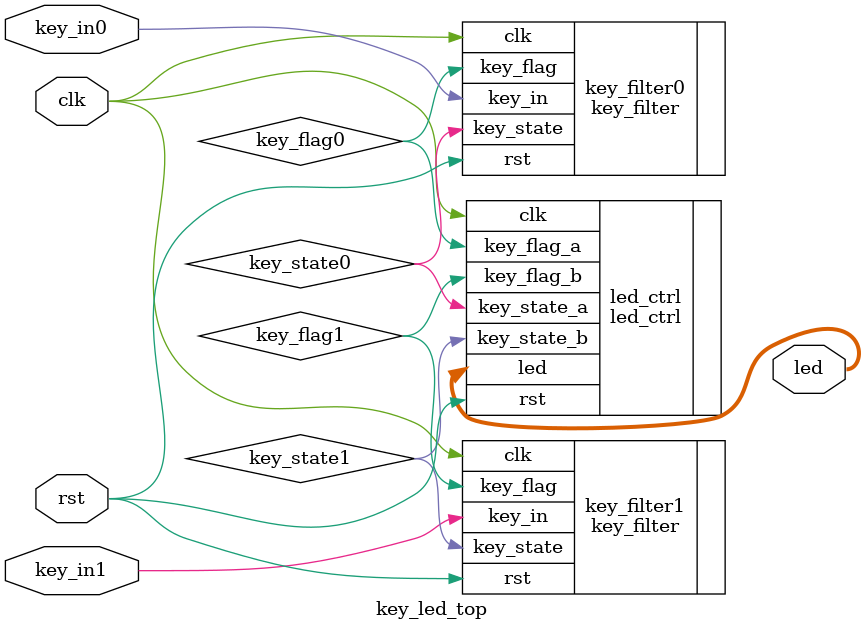
<source format=v>
module key_led_top(
	clk,
	rst,
	key_in0,
	key_in1,
	led
);

input clk;
input rst;
input key_in0;
input key_in1;

output [3:0]led;

wire key_flag0;
wire key_state0;
wire key_flag1;
wire key_state1;

key_filter key_filter0(
	.clk(clk),
	.rst(rst),
	.key_in(key_in0),
	.key_flag(key_flag0),
	.key_state(key_state0)
);

key_filter key_filter1(
	.clk(clk),
	.rst(rst),
	.key_in(key_in1),
	.key_flag(key_flag1),
	.key_state(key_state1)
);

led_ctrl led_ctrl(
	.clk(clk),
	.rst(rst),
	.key_flag_a(key_flag0),
	.key_state_a(key_state0),
	.key_flag_b(key_flag1),
	.key_state_b(key_state1),	
	.led(led)
);


endmodule 

</source>
